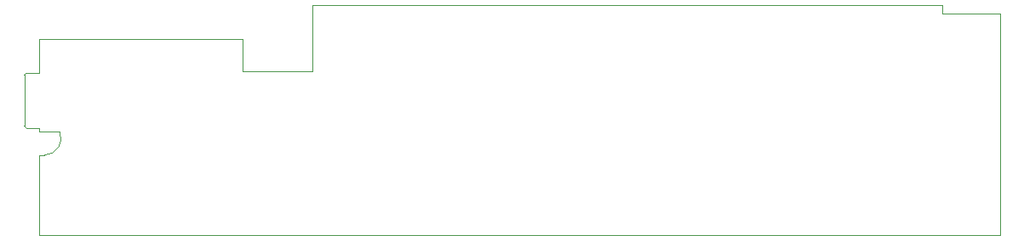
<source format=gm1>
G04 #@! TF.GenerationSoftware,KiCad,Pcbnew,5.1.4-e60b266~84~ubuntu16.04.1*
G04 #@! TF.CreationDate,2019-10-21T03:29:48-05:00*
G04 #@! TF.ProjectId,Quantum MCP4262-502 25x expansion flex for GWAAM-Sea Aid with U7 expansion cutout,5175616e-7475-46d2-904d-435034323632,rev?*
G04 #@! TF.SameCoordinates,Original*
G04 #@! TF.FileFunction,Profile,NP*
%FSLAX46Y46*%
G04 Gerber Fmt 4.6, Leading zero omitted, Abs format (unit mm)*
G04 Created by KiCad (PCBNEW 5.1.4-e60b266~84~ubuntu16.04.1) date 2019-10-21 03:29:48*
%MOMM*%
%LPD*%
G04 APERTURE LIST*
%ADD10C,0.010000*%
G04 APERTURE END LIST*
D10*
X162397440Y-98628200D02*
X162397440Y-97845880D01*
X158607760Y-97845880D02*
X162397440Y-97845880D01*
X135100060Y-97845880D02*
X158607162Y-97845880D01*
X168142920Y-98628360D02*
X162397440Y-98628360D01*
X72628760Y-101178360D02*
X92845509Y-101178360D01*
X72628760Y-110413800D02*
X72628760Y-110107418D01*
X74615112Y-110403640D02*
X72628760Y-110413800D01*
X73088500Y-112801400D02*
X72628760Y-112803940D01*
X74615926Y-110404366D02*
G75*
G02X73088500Y-112801400I-1537586J-705394D01*
G01*
X92845509Y-101178360D02*
X92845509Y-104406700D01*
X99731480Y-104409240D02*
X92844620Y-104406700D01*
X168142920Y-120779540D02*
X168142920Y-98628360D01*
X116814600Y-120779540D02*
X168142920Y-120779540D01*
X72628760Y-104409240D02*
X72628760Y-101178360D01*
X71325480Y-104603650D02*
G75*
G03X71125080Y-104804050I0J-200400D01*
G01*
X71125740Y-109896368D02*
G75*
G03X71315581Y-110106527I200000J-10159D01*
G01*
X72628760Y-104409240D02*
X72628760Y-104604820D01*
X99731480Y-97845880D02*
X99731480Y-104409240D01*
X135101680Y-97845880D02*
X99731480Y-97845880D01*
X72628760Y-120779540D02*
X116814600Y-120779540D01*
X72628760Y-112803940D02*
X72628760Y-120779540D01*
X71315580Y-110107418D02*
X72628760Y-110107418D01*
X71125080Y-104802940D02*
X71125080Y-109895640D01*
X72628760Y-104604680D02*
X71325740Y-104602280D01*
M02*

</source>
